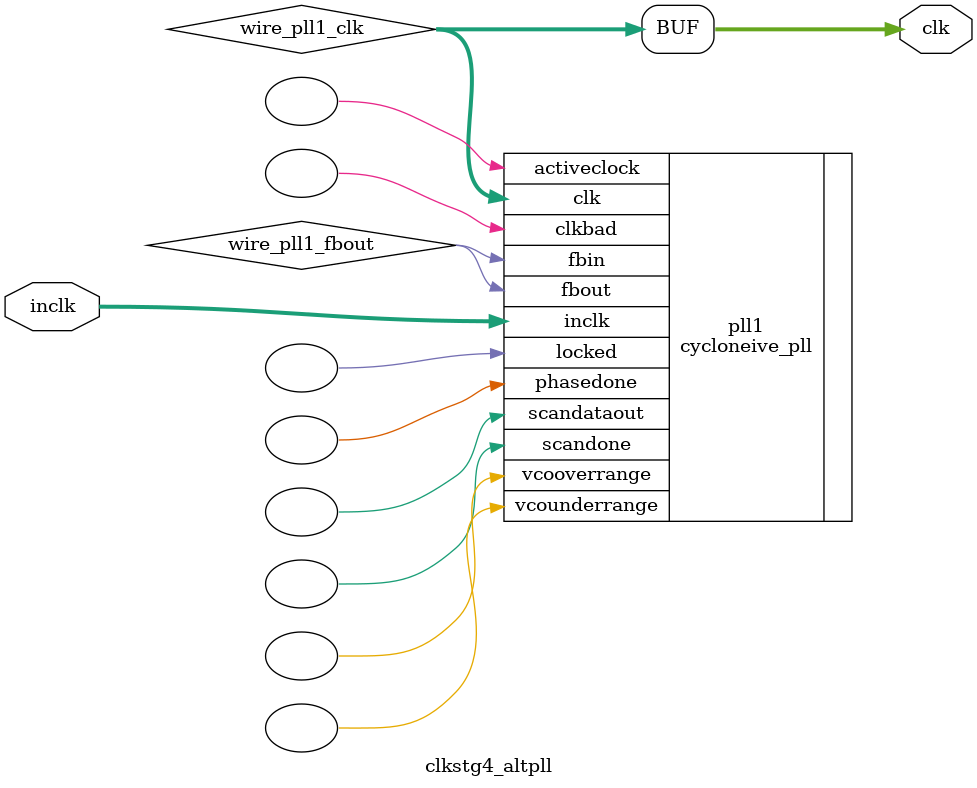
<source format=v>






//synthesis_resources = cycloneive_pll 1 
//synopsys translate_off
`timescale 1 ps / 1 ps
//synopsys translate_on
module  clkstg4_altpll
	( 
	clk,
	inclk) /* synthesis synthesis_clearbox=1 */;
	output   [4:0]  clk;
	input   [1:0]  inclk;
`ifndef ALTERA_RESERVED_QIS
// synopsys translate_off
`endif
	tri0   [1:0]  inclk;
`ifndef ALTERA_RESERVED_QIS
// synopsys translate_on
`endif

	wire  [4:0]   wire_pll1_clk;
	wire  wire_pll1_fbout;

	cycloneive_pll   pll1
	( 
	.activeclock(),
	.clk(wire_pll1_clk),
	.clkbad(),
	.fbin(wire_pll1_fbout),
	.fbout(wire_pll1_fbout),
	.inclk(inclk),
	.locked(),
	.phasedone(),
	.scandataout(),
	.scandone(),
	.vcooverrange(),
	.vcounderrange()
	`ifndef FORMAL_VERIFICATION
	// synopsys translate_off
	`endif
	,
	.areset(1'b0),
	.clkswitch(1'b0),
	.configupdate(1'b0),
	.pfdena(1'b1),
	.phasecounterselect({3{1'b0}}),
	.phasestep(1'b0),
	.phaseupdown(1'b0),
	.scanclk(1'b0),
	.scanclkena(1'b1),
	.scandata(1'b0)
	`ifndef FORMAL_VERIFICATION
	// synopsys translate_on
	`endif
	);
	defparam
		pll1.bandwidth_type = "auto",
		pll1.clk0_divide_by = 2433330,
		pll1.clk0_duty_cycle = 50,
		pll1.clk0_multiply_by = 3241273,
		pll1.clk0_phase_shift = "0",
		pll1.compensate_clock = "clk0",
		pll1.inclk0_input_frequency = 4109,
		pll1.operation_mode = "normal",
		pll1.pll_type = "auto",
		pll1.lpm_type = "cycloneive_pll";
	assign
		clk = {wire_pll1_clk[4:0]};
endmodule //clkstg4_altpll
//VALID FILE

</source>
